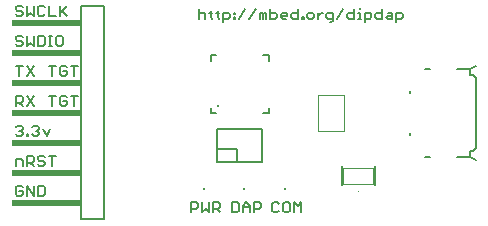
<source format=gto>
G75*
G70*
%OFA0B0*%
%FSLAX24Y24*%
%IPPOS*%
%LPD*%
%AMOC8*
5,1,8,0,0,1.08239X$1,22.5*
%
%ADD10C,0.0050*%
%ADD11C,0.0060*%
%ADD12R,0.0098X0.0098*%
%ADD13R,0.0089X0.0089*%
%ADD14C,0.0004*%
%ADD15C,0.0030*%
%ADD16C,0.0080*%
%ADD17R,0.2303X0.0200*%
%ADD18C,0.0039*%
D10*
X000689Y008067D02*
X000630Y008125D01*
X000513Y008125D01*
X000455Y008067D01*
X000455Y008009D01*
X000513Y007950D01*
X000630Y007950D01*
X000689Y007892D01*
X000689Y007833D01*
X000630Y007775D01*
X000513Y007775D01*
X000455Y007833D01*
X000823Y008125D02*
X000823Y007775D01*
X000940Y007892D01*
X001057Y007775D01*
X001057Y008125D01*
X001425Y008067D02*
X001367Y008125D01*
X001250Y008125D01*
X001192Y008067D01*
X001192Y007833D01*
X001250Y007775D01*
X001367Y007775D01*
X001425Y007833D01*
X001560Y008125D02*
X001560Y007775D01*
X001793Y007775D01*
X001928Y007775D02*
X001928Y008125D01*
X001928Y007892D02*
X002162Y008125D01*
X001987Y007950D02*
X002162Y007775D01*
X000689Y007067D02*
X000630Y007125D01*
X000513Y007125D01*
X000455Y007067D01*
X000455Y007009D01*
X000513Y006950D01*
X000630Y006950D01*
X000689Y006892D01*
X000689Y006833D01*
X000630Y006775D01*
X000513Y006775D01*
X000455Y006833D01*
X000823Y007125D02*
X000823Y006775D01*
X000940Y006892D01*
X001057Y006775D01*
X001057Y007125D01*
X001192Y007125D02*
X001192Y006775D01*
X001367Y006775D01*
X001425Y006833D01*
X001425Y007067D01*
X001367Y007125D01*
X001192Y007125D01*
X001560Y006775D02*
X001677Y006775D01*
X001618Y006775D02*
X001618Y007125D01*
X001560Y007125D02*
X001677Y007125D01*
X001981Y007125D02*
X001864Y007125D01*
X001805Y007067D01*
X001805Y006833D01*
X001864Y006775D01*
X001981Y006775D01*
X002039Y006833D01*
X002039Y007067D01*
X001981Y007125D01*
X000572Y006125D02*
X000572Y005775D01*
X000455Y006125D02*
X000689Y006125D01*
X000823Y006125D02*
X001057Y005775D01*
X000823Y005775D02*
X001057Y006125D01*
X001677Y006125D02*
X001677Y005775D01*
X001793Y006125D02*
X001560Y006125D01*
X002162Y006067D02*
X002103Y006125D01*
X001987Y006125D01*
X001928Y006067D01*
X001928Y005833D01*
X001987Y005775D01*
X002103Y005775D01*
X002162Y005833D01*
X002162Y005950D01*
X002045Y005950D01*
X002413Y005775D02*
X002413Y006125D01*
X002297Y006125D02*
X002530Y006125D01*
X000455Y004775D02*
X000455Y005125D01*
X000630Y005125D01*
X000689Y005067D01*
X000689Y004950D01*
X000630Y004892D01*
X000455Y004892D01*
X000572Y004892D02*
X000689Y004775D01*
X001057Y004775D02*
X000823Y005125D01*
X001057Y005125D02*
X000823Y004775D01*
X001677Y004775D02*
X001677Y005125D01*
X001793Y005125D02*
X001560Y005125D01*
X002162Y005067D02*
X002103Y005125D01*
X001987Y005125D01*
X001928Y005067D01*
X001928Y004833D01*
X001987Y004775D01*
X002103Y004775D01*
X002162Y004833D01*
X002162Y004950D01*
X002045Y004950D01*
X002413Y004775D02*
X002413Y005125D01*
X002297Y005125D02*
X002530Y005125D01*
X000455Y004067D02*
X000513Y004125D01*
X000630Y004125D01*
X000689Y004067D01*
X000689Y004009D01*
X000630Y003950D01*
X000572Y003950D01*
X000630Y003950D02*
X000689Y003892D01*
X000689Y003833D01*
X000630Y003775D01*
X000513Y003775D01*
X000455Y003833D01*
X000823Y003775D02*
X000823Y003833D01*
X000882Y003833D01*
X000882Y003775D01*
X000823Y003775D01*
X001007Y004067D02*
X001066Y004125D01*
X001183Y004125D01*
X001241Y004067D01*
X001241Y004009D01*
X001183Y003950D01*
X001124Y003950D01*
X001183Y003950D02*
X001241Y003892D01*
X001241Y003833D01*
X001183Y003775D01*
X001066Y003775D01*
X001007Y003833D01*
X001376Y004009D02*
X001493Y003775D01*
X001609Y004009D01*
X000455Y002775D02*
X000455Y003009D01*
X000630Y003009D01*
X000689Y002950D01*
X000689Y002775D01*
X000823Y002775D02*
X000823Y003125D01*
X000998Y003125D01*
X001057Y003067D01*
X001057Y002950D01*
X000998Y002892D01*
X000823Y002892D01*
X000940Y002892D02*
X001057Y002775D01*
X001425Y003067D02*
X001367Y003125D01*
X001250Y003125D01*
X001192Y003067D01*
X001192Y003009D01*
X001250Y002950D01*
X001367Y002950D01*
X001425Y002892D01*
X001425Y002833D01*
X001367Y002775D01*
X001250Y002775D01*
X001192Y002833D01*
X001677Y002775D02*
X001677Y003125D01*
X001793Y003125D02*
X001560Y003125D01*
X000689Y002067D02*
X000630Y002125D01*
X000513Y002125D01*
X000455Y002067D01*
X000455Y001833D01*
X000513Y001775D01*
X000630Y001775D01*
X000689Y001833D01*
X000689Y001950D01*
X000572Y001950D01*
X000823Y001775D02*
X000823Y002125D01*
X001057Y001775D01*
X001057Y002125D01*
X001192Y002125D02*
X001192Y001775D01*
X001367Y001775D01*
X001425Y001833D01*
X001425Y002067D01*
X001367Y002125D01*
X001192Y002125D01*
X007143Y006465D02*
X006965Y006465D01*
X006965Y006287D01*
X006965Y004713D02*
X006965Y004535D01*
X007143Y004535D01*
X008717Y004535D02*
X008895Y004535D01*
X008895Y004713D01*
X008895Y006287D02*
X008895Y006465D01*
X008717Y006465D01*
X007180Y002900D02*
X007180Y003340D01*
X007180Y004000D01*
X008680Y004000D01*
X008680Y002900D01*
X007850Y002900D01*
X007180Y002900D01*
X007180Y003340D02*
X007850Y003340D01*
X007850Y002900D01*
X012439Y002765D02*
X012439Y002135D01*
X011321Y002135D02*
X011321Y002765D01*
X015175Y003093D02*
X015596Y003093D01*
X015596Y003290D01*
X015675Y003290D01*
X015793Y003408D02*
X015793Y005692D01*
X015675Y005810D02*
X015596Y005810D01*
X015596Y006007D01*
X015596Y003093D02*
X015793Y002975D01*
X015596Y006007D02*
X015793Y006125D01*
X015793Y003408D02*
X015791Y003388D01*
X015786Y003368D01*
X015777Y003349D01*
X015765Y003332D01*
X015751Y003318D01*
X015734Y003306D01*
X015715Y003297D01*
X015695Y003292D01*
X015675Y003290D01*
X015793Y005692D02*
X015791Y005712D01*
X015786Y005732D01*
X015777Y005751D01*
X015765Y005768D01*
X015751Y005782D01*
X015734Y005794D01*
X015715Y005803D01*
X015695Y005808D01*
X015675Y005810D01*
X014285Y003093D02*
X014112Y003093D01*
X015175Y006007D02*
X015596Y006007D01*
X014285Y006007D02*
X014112Y006007D01*
X013588Y003893D02*
X013588Y003814D01*
X013588Y005207D02*
X013588Y005286D01*
D11*
X006560Y007680D02*
X006560Y008000D01*
X006560Y007840D02*
X006613Y007894D01*
X006720Y007894D01*
X006774Y007840D01*
X006774Y007680D01*
X006963Y007947D02*
X006963Y007733D01*
X007017Y007680D01*
X007017Y007894D02*
X006910Y007894D01*
X007197Y007947D02*
X007197Y007733D01*
X007250Y007680D01*
X007250Y007894D02*
X007143Y007894D01*
X007376Y007573D02*
X007376Y007894D01*
X007537Y007894D01*
X007590Y007840D01*
X007590Y007733D01*
X007537Y007680D01*
X007376Y007680D01*
X007726Y007894D02*
X007780Y007894D01*
X007780Y007840D01*
X007726Y007840D01*
X007726Y007894D01*
X007726Y007733D02*
X007780Y007733D01*
X007780Y007680D01*
X007726Y007680D01*
X007726Y007733D01*
X007901Y007680D02*
X008115Y008000D01*
X008251Y007680D02*
X008465Y008000D01*
X008601Y007680D02*
X008601Y007894D01*
X008654Y007894D01*
X008708Y007840D01*
X008708Y007680D01*
X008708Y007840D02*
X008761Y007894D01*
X008815Y007840D01*
X008815Y007680D01*
X008951Y008000D02*
X008951Y007680D01*
X009111Y007680D01*
X009164Y007733D01*
X009164Y007840D01*
X009111Y007894D01*
X008951Y007894D01*
X009461Y007680D02*
X009354Y007680D01*
X009301Y007733D01*
X009301Y007840D01*
X009354Y007894D01*
X009461Y007894D01*
X009514Y007840D01*
X009514Y007787D01*
X009301Y007787D01*
X009864Y008000D02*
X009864Y007680D01*
X009704Y007680D01*
X009651Y007733D01*
X009651Y007840D01*
X009704Y007894D01*
X009864Y007894D01*
X010001Y007680D02*
X010001Y007733D01*
X010054Y007733D01*
X010054Y007680D01*
X010001Y007680D01*
X010229Y007680D02*
X010336Y007680D01*
X010389Y007733D01*
X010389Y007840D01*
X010336Y007894D01*
X010229Y007894D01*
X010176Y007840D01*
X010176Y007733D01*
X010229Y007680D01*
X010526Y007680D02*
X010526Y007894D01*
X010526Y007787D02*
X010632Y007894D01*
X010686Y007894D01*
X010924Y007573D02*
X010977Y007573D01*
X011031Y007627D01*
X011031Y007894D01*
X010870Y007894D01*
X010817Y007840D01*
X010817Y007733D01*
X010870Y007680D01*
X011031Y007680D01*
X011167Y007680D02*
X011381Y008000D01*
X011730Y008000D02*
X011730Y007680D01*
X011570Y007680D01*
X011517Y007733D01*
X011517Y007840D01*
X011570Y007894D01*
X011730Y007894D01*
X011867Y007894D02*
X011920Y007894D01*
X011920Y007680D01*
X011867Y007680D02*
X011974Y007680D01*
X011920Y008000D02*
X011920Y008054D01*
X012100Y007573D02*
X012100Y007894D01*
X012260Y007894D01*
X012314Y007840D01*
X012314Y007733D01*
X012260Y007680D01*
X012100Y007680D01*
X012663Y008000D02*
X012663Y007680D01*
X012503Y007680D01*
X012450Y007733D01*
X012450Y007840D01*
X012503Y007894D01*
X012663Y007894D01*
X012853Y007894D02*
X012960Y007894D01*
X013013Y007840D01*
X013013Y007680D01*
X012853Y007680D01*
X012800Y007733D01*
X012853Y007787D01*
X013013Y007787D01*
X013150Y007573D02*
X013150Y007894D01*
X013310Y007894D01*
X013363Y007840D01*
X013363Y007733D01*
X013310Y007680D01*
X013150Y007680D01*
X007660Y001570D02*
X007660Y001230D01*
X007830Y001230D01*
X007887Y001287D01*
X007887Y001514D01*
X007830Y001570D01*
X007660Y001570D01*
X008028Y001230D02*
X008028Y001457D01*
X008142Y001570D01*
X008255Y001457D01*
X008255Y001230D01*
X008255Y001400D02*
X008028Y001400D01*
X008397Y001230D02*
X008397Y001570D01*
X008567Y001570D01*
X008623Y001514D01*
X008623Y001400D01*
X008567Y001343D01*
X008397Y001343D01*
X009237Y001514D02*
X009180Y001570D01*
X009067Y001570D01*
X009010Y001514D01*
X009010Y001287D01*
X009067Y001230D01*
X009180Y001230D01*
X009237Y001287D01*
X009548Y001570D02*
X009435Y001570D01*
X009378Y001514D01*
X009378Y001287D01*
X009435Y001230D01*
X009548Y001230D01*
X009605Y001287D01*
X009605Y001514D01*
X009548Y001570D01*
X009747Y001230D02*
X009747Y001570D01*
X009860Y001457D01*
X009973Y001570D01*
X009973Y001230D01*
X006310Y001230D02*
X006310Y001570D01*
X006480Y001570D01*
X006537Y001514D01*
X006537Y001400D01*
X006480Y001343D01*
X006310Y001343D01*
X006678Y001570D02*
X006678Y001230D01*
X006792Y001343D01*
X006905Y001230D01*
X006905Y001570D01*
X007047Y001230D02*
X007047Y001570D01*
X007217Y001570D01*
X007273Y001514D01*
X007273Y001400D01*
X007217Y001343D01*
X007047Y001343D01*
X007160Y001343D02*
X007273Y001230D01*
D12*
X006731Y002000D03*
X009431Y002000D03*
X008081Y002000D03*
D13*
X007197Y004767D03*
D14*
X011880Y001942D02*
X011880Y001938D01*
D15*
X011380Y002706D02*
X012384Y002706D01*
X012384Y002190D01*
X011380Y002190D01*
X011380Y002706D01*
D16*
X002624Y008101D02*
X002624Y000999D01*
X003388Y000999D01*
X003388Y008101D01*
X002624Y008101D01*
D17*
X001475Y007550D03*
X001475Y006550D03*
X001475Y005550D03*
X001475Y004550D03*
X001475Y003550D03*
X001475Y002550D03*
X001475Y001550D03*
D18*
X011413Y005141D02*
X011413Y003959D01*
X010547Y003959D01*
X010547Y005141D01*
X011413Y005141D01*
M02*

</source>
